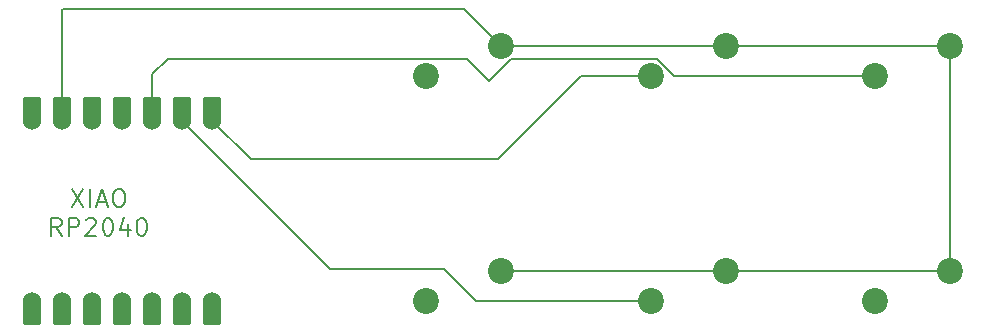
<source format=gbr>
%TF.GenerationSoftware,KiCad,Pcbnew,9.0.6*%
%TF.CreationDate,2026-01-03T14:52:23+08:00*%
%TF.ProjectId,HackPad,4861636b-5061-4642-9e6b-696361645f70,rev?*%
%TF.SameCoordinates,Original*%
%TF.FileFunction,Copper,L1,Top*%
%TF.FilePolarity,Positive*%
%FSLAX46Y46*%
G04 Gerber Fmt 4.6, Leading zero omitted, Abs format (unit mm)*
G04 Created by KiCad (PCBNEW 9.0.6) date 2026-01-03 14:52:23*
%MOMM*%
%LPD*%
G01*
G04 APERTURE LIST*
G04 Aperture macros list*
%AMRoundRect*
0 Rectangle with rounded corners*
0 $1 Rounding radius*
0 $2 $3 $4 $5 $6 $7 $8 $9 X,Y pos of 4 corners*
0 Add a 4 corners polygon primitive as box body*
4,1,4,$2,$3,$4,$5,$6,$7,$8,$9,$2,$3,0*
0 Add four circle primitives for the rounded corners*
1,1,$1+$1,$2,$3*
1,1,$1+$1,$4,$5*
1,1,$1+$1,$6,$7*
1,1,$1+$1,$8,$9*
0 Add four rect primitives between the rounded corners*
20,1,$1+$1,$2,$3,$4,$5,0*
20,1,$1+$1,$4,$5,$6,$7,0*
20,1,$1+$1,$6,$7,$8,$9,0*
20,1,$1+$1,$8,$9,$2,$3,0*%
G04 Aperture macros list end*
%ADD10C,0.187500*%
%TA.AperFunction,NonConductor*%
%ADD11C,0.187500*%
%TD*%
%TA.AperFunction,ComponentPad*%
%ADD12C,2.200000*%
%TD*%
%TA.AperFunction,SMDPad,CuDef*%
%ADD13RoundRect,0.152400X-0.609600X1.063600X-0.609600X-1.063600X0.609600X-1.063600X0.609600X1.063600X0*%
%TD*%
%TA.AperFunction,ComponentPad*%
%ADD14C,1.524000*%
%TD*%
%TA.AperFunction,SMDPad,CuDef*%
%ADD15RoundRect,0.152400X0.609600X-1.063600X0.609600X1.063600X-0.609600X1.063600X-0.609600X-1.063600X0*%
%TD*%
%TA.AperFunction,Conductor*%
%ADD16C,0.200000*%
%TD*%
G04 APERTURE END LIST*
D10*
D11*
X59414285Y-75276720D02*
X60414285Y-76776720D01*
X60414285Y-75276720D02*
X59414285Y-76776720D01*
X60985713Y-76776720D02*
X60985713Y-75276720D01*
X61628571Y-76348149D02*
X62342857Y-76348149D01*
X61485714Y-76776720D02*
X61985714Y-75276720D01*
X61985714Y-75276720D02*
X62485714Y-76776720D01*
X63271428Y-75276720D02*
X63557142Y-75276720D01*
X63557142Y-75276720D02*
X63699999Y-75348149D01*
X63699999Y-75348149D02*
X63842856Y-75491006D01*
X63842856Y-75491006D02*
X63914285Y-75776720D01*
X63914285Y-75776720D02*
X63914285Y-76276720D01*
X63914285Y-76276720D02*
X63842856Y-76562434D01*
X63842856Y-76562434D02*
X63699999Y-76705292D01*
X63699999Y-76705292D02*
X63557142Y-76776720D01*
X63557142Y-76776720D02*
X63271428Y-76776720D01*
X63271428Y-76776720D02*
X63128571Y-76705292D01*
X63128571Y-76705292D02*
X62985713Y-76562434D01*
X62985713Y-76562434D02*
X62914285Y-76276720D01*
X62914285Y-76276720D02*
X62914285Y-75776720D01*
X62914285Y-75776720D02*
X62985713Y-75491006D01*
X62985713Y-75491006D02*
X63128571Y-75348149D01*
X63128571Y-75348149D02*
X63271428Y-75276720D01*
X58557143Y-79191636D02*
X58057143Y-78477350D01*
X57700000Y-79191636D02*
X57700000Y-77691636D01*
X57700000Y-77691636D02*
X58271429Y-77691636D01*
X58271429Y-77691636D02*
X58414286Y-77763065D01*
X58414286Y-77763065D02*
X58485715Y-77834493D01*
X58485715Y-77834493D02*
X58557143Y-77977350D01*
X58557143Y-77977350D02*
X58557143Y-78191636D01*
X58557143Y-78191636D02*
X58485715Y-78334493D01*
X58485715Y-78334493D02*
X58414286Y-78405922D01*
X58414286Y-78405922D02*
X58271429Y-78477350D01*
X58271429Y-78477350D02*
X57700000Y-78477350D01*
X59200000Y-79191636D02*
X59200000Y-77691636D01*
X59200000Y-77691636D02*
X59771429Y-77691636D01*
X59771429Y-77691636D02*
X59914286Y-77763065D01*
X59914286Y-77763065D02*
X59985715Y-77834493D01*
X59985715Y-77834493D02*
X60057143Y-77977350D01*
X60057143Y-77977350D02*
X60057143Y-78191636D01*
X60057143Y-78191636D02*
X59985715Y-78334493D01*
X59985715Y-78334493D02*
X59914286Y-78405922D01*
X59914286Y-78405922D02*
X59771429Y-78477350D01*
X59771429Y-78477350D02*
X59200000Y-78477350D01*
X60628572Y-77834493D02*
X60700000Y-77763065D01*
X60700000Y-77763065D02*
X60842858Y-77691636D01*
X60842858Y-77691636D02*
X61200000Y-77691636D01*
X61200000Y-77691636D02*
X61342858Y-77763065D01*
X61342858Y-77763065D02*
X61414286Y-77834493D01*
X61414286Y-77834493D02*
X61485715Y-77977350D01*
X61485715Y-77977350D02*
X61485715Y-78120208D01*
X61485715Y-78120208D02*
X61414286Y-78334493D01*
X61414286Y-78334493D02*
X60557143Y-79191636D01*
X60557143Y-79191636D02*
X61485715Y-79191636D01*
X62414286Y-77691636D02*
X62557143Y-77691636D01*
X62557143Y-77691636D02*
X62700000Y-77763065D01*
X62700000Y-77763065D02*
X62771429Y-77834493D01*
X62771429Y-77834493D02*
X62842857Y-77977350D01*
X62842857Y-77977350D02*
X62914286Y-78263065D01*
X62914286Y-78263065D02*
X62914286Y-78620208D01*
X62914286Y-78620208D02*
X62842857Y-78905922D01*
X62842857Y-78905922D02*
X62771429Y-79048779D01*
X62771429Y-79048779D02*
X62700000Y-79120208D01*
X62700000Y-79120208D02*
X62557143Y-79191636D01*
X62557143Y-79191636D02*
X62414286Y-79191636D01*
X62414286Y-79191636D02*
X62271429Y-79120208D01*
X62271429Y-79120208D02*
X62200000Y-79048779D01*
X62200000Y-79048779D02*
X62128571Y-78905922D01*
X62128571Y-78905922D02*
X62057143Y-78620208D01*
X62057143Y-78620208D02*
X62057143Y-78263065D01*
X62057143Y-78263065D02*
X62128571Y-77977350D01*
X62128571Y-77977350D02*
X62200000Y-77834493D01*
X62200000Y-77834493D02*
X62271429Y-77763065D01*
X62271429Y-77763065D02*
X62414286Y-77691636D01*
X64200000Y-78191636D02*
X64200000Y-79191636D01*
X63842857Y-77620208D02*
X63485714Y-78691636D01*
X63485714Y-78691636D02*
X64414285Y-78691636D01*
X65271428Y-77691636D02*
X65414285Y-77691636D01*
X65414285Y-77691636D02*
X65557142Y-77763065D01*
X65557142Y-77763065D02*
X65628571Y-77834493D01*
X65628571Y-77834493D02*
X65699999Y-77977350D01*
X65699999Y-77977350D02*
X65771428Y-78263065D01*
X65771428Y-78263065D02*
X65771428Y-78620208D01*
X65771428Y-78620208D02*
X65699999Y-78905922D01*
X65699999Y-78905922D02*
X65628571Y-79048779D01*
X65628571Y-79048779D02*
X65557142Y-79120208D01*
X65557142Y-79120208D02*
X65414285Y-79191636D01*
X65414285Y-79191636D02*
X65271428Y-79191636D01*
X65271428Y-79191636D02*
X65128571Y-79120208D01*
X65128571Y-79120208D02*
X65057142Y-79048779D01*
X65057142Y-79048779D02*
X64985713Y-78905922D01*
X64985713Y-78905922D02*
X64914285Y-78620208D01*
X64914285Y-78620208D02*
X64914285Y-78263065D01*
X64914285Y-78263065D02*
X64985713Y-77977350D01*
X64985713Y-77977350D02*
X65057142Y-77834493D01*
X65057142Y-77834493D02*
X65128571Y-77763065D01*
X65128571Y-77763065D02*
X65271428Y-77691636D01*
D12*
%TO.P,SW3,1,1*%
%TO.N,GND*%
X114781000Y-63120000D03*
%TO.P,SW3,2,2*%
%TO.N,Net-(U1-GPIO1{slash}RX)*%
X108431000Y-65660000D03*
%TD*%
%TO.P,SW1,1,1*%
%TO.N,GND*%
X95740000Y-63120000D03*
%TO.P,SW1,2,2*%
%TO.N,Net-(U1-GPIO7{slash}SCL)*%
X89390000Y-65660000D03*
%TD*%
%TO.P,SW5,1,1*%
%TO.N,GND*%
X133781000Y-63120000D03*
%TO.P,SW5,2,2*%
%TO.N,Net-(U1-GPIO4{slash}MISO)*%
X127431000Y-65660000D03*
%TD*%
%TO.P,SW6,1,1*%
%TO.N,GND*%
X133781000Y-82189500D03*
%TO.P,SW6,2,2*%
%TO.N,Net-(U1-GPIO3{slash}MOSI)*%
X127431000Y-84729500D03*
%TD*%
%TO.P,SW4,1,1*%
%TO.N,GND*%
X114781000Y-82189500D03*
%TO.P,SW4,2,2*%
%TO.N,Net-(U1-GPIO2{slash}SCK)*%
X108431000Y-84729500D03*
%TD*%
%TO.P,SW2,1,1*%
%TO.N,GND*%
X95740000Y-82189500D03*
%TO.P,SW2,2,2*%
%TO.N,Net-(U1-GPIO0{slash}TX)*%
X89390000Y-84729500D03*
%TD*%
D13*
%TO.P,U1,1,GPIO26/ADC0/A0*%
%TO.N,unconnected-(U1-GPIO26{slash}ADC0{slash}A0-Pad1)*%
X56100000Y-85555000D03*
D14*
X56100000Y-84720000D03*
D13*
%TO.P,U1,2,GPIO27/ADC1/A1*%
%TO.N,unconnected-(U1-GPIO27{slash}ADC1{slash}A1-Pad2)*%
X58640000Y-85555000D03*
D14*
X58640000Y-84720000D03*
D13*
%TO.P,U1,3,GPIO28/ADC2/A2*%
%TO.N,unconnected-(U1-GPIO28{slash}ADC2{slash}A2-Pad3)*%
X61180000Y-85555000D03*
D14*
X61180000Y-84720000D03*
D13*
%TO.P,U1,4,GPIO29/ADC3/A3*%
%TO.N,unconnected-(U1-GPIO29{slash}ADC3{slash}A3-Pad4)*%
X63720000Y-85555000D03*
D14*
X63720000Y-84720000D03*
D13*
%TO.P,U1,5,GPIO6/SDA*%
%TO.N,unconnected-(U1-GPIO6{slash}SDA-Pad5)*%
X66260000Y-85555000D03*
D14*
X66260000Y-84720000D03*
D13*
%TO.P,U1,6,GPIO7/SCL*%
%TO.N,Net-(U1-GPIO7{slash}SCL)*%
X68800000Y-85555000D03*
D14*
X68800000Y-84720000D03*
D13*
%TO.P,U1,7,GPIO0/TX*%
%TO.N,Net-(U1-GPIO0{slash}TX)*%
X71340000Y-85555000D03*
D14*
X71340000Y-84720000D03*
%TO.P,U1,8,GPIO1/RX*%
%TO.N,Net-(U1-GPIO1{slash}RX)*%
X71340000Y-69480000D03*
D15*
X71340000Y-68645000D03*
D14*
%TO.P,U1,9,GPIO2/SCK*%
%TO.N,Net-(U1-GPIO2{slash}SCK)*%
X68800000Y-69480000D03*
D15*
X68800000Y-68645000D03*
D14*
%TO.P,U1,10,GPIO4/MISO*%
%TO.N,Net-(U1-GPIO4{slash}MISO)*%
X66260000Y-69480000D03*
D15*
X66260000Y-68645000D03*
D14*
%TO.P,U1,11,GPIO3/MOSI*%
%TO.N,Net-(U1-GPIO3{slash}MOSI)*%
X63720000Y-69480000D03*
D15*
X63720000Y-68645000D03*
D14*
%TO.P,U1,12,3V3*%
%TO.N,unconnected-(U1-3V3-Pad12)*%
X61180000Y-69480000D03*
D15*
X61180000Y-68645000D03*
D14*
%TO.P,U1,13,GND*%
%TO.N,GND*%
X58640000Y-69480000D03*
D15*
X58640000Y-68645000D03*
D14*
%TO.P,U1,14,VBUS*%
%TO.N,+5V*%
X56100000Y-69480000D03*
D15*
X56100000Y-68645000D03*
%TD*%
D16*
%TO.N,GND*%
X92660000Y-60040000D02*
X58740000Y-60040000D01*
X133781000Y-82189500D02*
X133781000Y-63120000D01*
X58740000Y-60040000D02*
X58700000Y-60000000D01*
X114781000Y-82189500D02*
X133781000Y-82189500D01*
X95740000Y-82189500D02*
X114781000Y-82189500D01*
X133781000Y-63120000D02*
X114781000Y-63120000D01*
X58640000Y-60060000D02*
X58640000Y-68645000D01*
X58700000Y-60000000D02*
X58640000Y-60060000D01*
X114781000Y-63120000D02*
X95740000Y-63120000D01*
X95740000Y-63120000D02*
X92660000Y-60040000D01*
%TO.N,Net-(U1-GPIO1{slash}RX)*%
X102518470Y-65660000D02*
X95478470Y-72700000D01*
X95478470Y-72700000D02*
X74560000Y-72700000D01*
X108431000Y-65660000D02*
X102518470Y-65660000D01*
X74560000Y-72700000D02*
X71340000Y-69480000D01*
%TO.N,Net-(U1-GPIO2{slash}SCK)*%
X93629500Y-84729500D02*
X90900000Y-82000000D01*
X90900000Y-82000000D02*
X81320000Y-82000000D01*
X81320000Y-82000000D02*
X68800000Y-69480000D01*
X108431000Y-84729500D02*
X93629500Y-84729500D01*
%TO.N,Net-(U1-GPIO4{slash}MISO)*%
X94741314Y-66100000D02*
X92900314Y-64259000D01*
X92900314Y-64259000D02*
X67541000Y-64259000D01*
X127431000Y-65660000D02*
X110412314Y-65660000D01*
X67541000Y-64259000D02*
X66260000Y-65540000D01*
X110412314Y-65660000D02*
X109011314Y-64259000D01*
X66260000Y-65540000D02*
X66260000Y-68645000D01*
X109011314Y-64259000D02*
X96582314Y-64259000D01*
X96582314Y-64259000D02*
X94741314Y-66100000D01*
%TD*%
M02*

</source>
